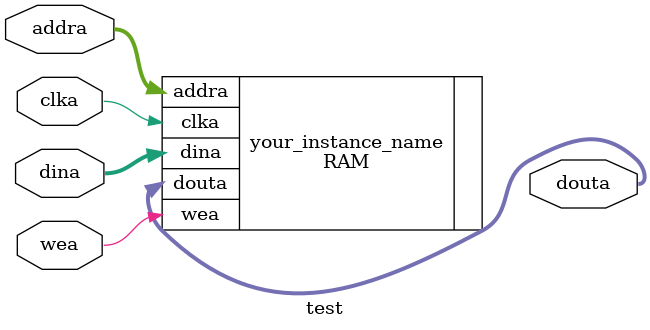
<source format=v>
`timescale 1ns / 1ps


module test (
    input           clka,   // input wire clka
    input           wea,    // input wire [0 : 0] wea
    input  [13 : 0] addra,  // input wire [13 : 0] addra
    input  [31 : 0] dina,   // input wire [31 : 0] dina
    output [31 : 0] douta   // output wire [31 : 0] douta
);

    RAM your_instance_name (
        .clka (clka),   // input wire clka
        .wea  (wea),    // input wire [0 : 0] wea
        .addra(addra),  // input wire [13 : 0] addra
        .dina (dina),   // input wire [31 : 0] dina
        .douta(douta)   // output wire [31 : 0] douta
    );

endmodule

</source>
